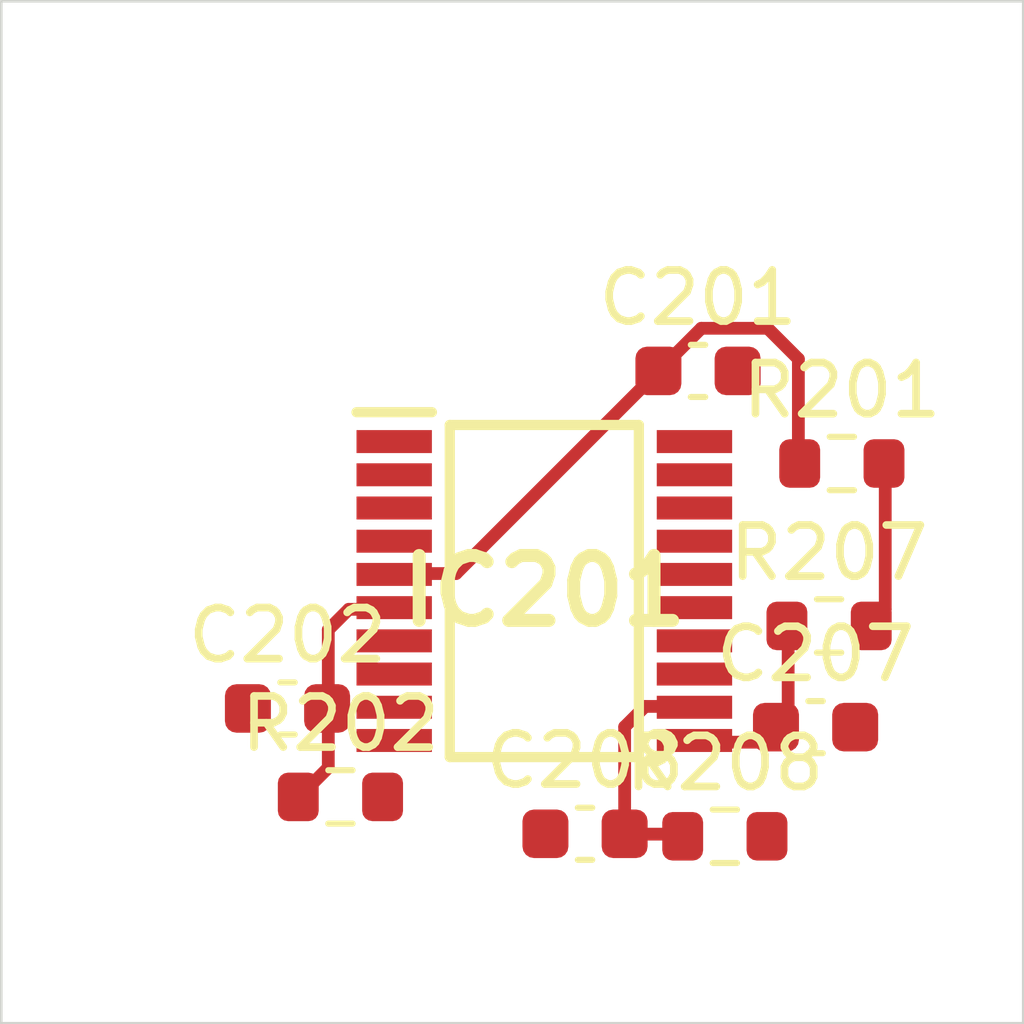
<source format=kicad_pcb>
 ( kicad_pcb  ( version 20171130 )
 ( host pcbnew 5.1.12-84ad8e8a86~92~ubuntu18.04.1 )
 ( general  ( thickness 1.6 )
 ( drawings 4 )
 ( tracks 0 )
 ( zones 0 )
 ( modules 9 )
 ( nets 19 )
)
 ( page A4 )
 ( layers  ( 0 F.Cu signal )
 ( 31 B.Cu signal )
 ( 32 B.Adhes user )
 ( 33 F.Adhes user )
 ( 34 B.Paste user )
 ( 35 F.Paste user )
 ( 36 B.SilkS user )
 ( 37 F.SilkS user )
 ( 38 B.Mask user )
 ( 39 F.Mask user )
 ( 40 Dwgs.User user )
 ( 41 Cmts.User user )
 ( 42 Eco1.User user )
 ( 43 Eco2.User user )
 ( 44 Edge.Cuts user )
 ( 45 Margin user )
 ( 46 B.CrtYd user )
 ( 47 F.CrtYd user )
 ( 48 B.Fab user )
 ( 49 F.Fab user )
)
 ( setup  ( last_trace_width 0.25 )
 ( trace_clearance 0.2 )
 ( zone_clearance 0.508 )
 ( zone_45_only no )
 ( trace_min 0.2 )
 ( via_size 0.8 )
 ( via_drill 0.4 )
 ( via_min_size 0.4 )
 ( via_min_drill 0.3 )
 ( uvia_size 0.3 )
 ( uvia_drill 0.1 )
 ( uvias_allowed no )
 ( uvia_min_size 0.2 )
 ( uvia_min_drill 0.1 )
 ( edge_width 0.05 )
 ( segment_width 0.2 )
 ( pcb_text_width 0.3 )
 ( pcb_text_size 1.5 1.5 )
 ( mod_edge_width 0.12 )
 ( mod_text_size 1 1 )
 ( mod_text_width 0.15 )
 ( pad_size 1.524 1.524 )
 ( pad_drill 0.762 )
 ( pad_to_mask_clearance 0 )
 ( aux_axis_origin 0 0 )
 ( visible_elements FFFFFF7F )
 ( pcbplotparams  ( layerselection 0x010fc_ffffffff )
 ( usegerberextensions false )
 ( usegerberattributes true )
 ( usegerberadvancedattributes true )
 ( creategerberjobfile true )
 ( excludeedgelayer true )
 ( linewidth 0.100000 )
 ( plotframeref false )
 ( viasonmask false )
 ( mode 1 )
 ( useauxorigin false )
 ( hpglpennumber 1 )
 ( hpglpenspeed 20 )
 ( hpglpendiameter 15.000000 )
 ( psnegative false )
 ( psa4output false )
 ( plotreference true )
 ( plotvalue true )
 ( plotinvisibletext false )
 ( padsonsilk false )
 ( subtractmaskfromsilk false )
 ( outputformat 1 )
 ( mirror false )
 ( drillshape 1 )
 ( scaleselection 1 )
 ( outputdirectory "" )
)
)
 ( net 0 "" )
 ( net 1 GND )
 ( net 2 /Sheet6235D886/ch0 )
 ( net 3 /Sheet6235D886/ch1 )
 ( net 4 /Sheet6235D886/ch2 )
 ( net 5 /Sheet6235D886/ch3 )
 ( net 6 /Sheet6235D886/ch4 )
 ( net 7 /Sheet6235D886/ch5 )
 ( net 8 /Sheet6235D886/ch6 )
 ( net 9 /Sheet6235D886/ch7 )
 ( net 10 VDD )
 ( net 11 VDDA )
 ( net 12 /Sheet6235D886/adc_csn )
 ( net 13 /Sheet6235D886/adc_sck )
 ( net 14 /Sheet6235D886/adc_sdi )
 ( net 15 /Sheet6235D886/adc_sdo )
 ( net 16 /Sheet6235D886/vp )
 ( net 17 /Sheet6248AD22/chn0 )
 ( net 18 /Sheet6248AD22/chn3 )
 ( net_class Default "This is the default net class."  ( clearance 0.2 )
 ( trace_width 0.25 )
 ( via_dia 0.8 )
 ( via_drill 0.4 )
 ( uvia_dia 0.3 )
 ( uvia_drill 0.1 )
 ( add_net /Sheet6235D886/adc_csn )
 ( add_net /Sheet6235D886/adc_sck )
 ( add_net /Sheet6235D886/adc_sdi )
 ( add_net /Sheet6235D886/adc_sdo )
 ( add_net /Sheet6235D886/ch0 )
 ( add_net /Sheet6235D886/ch1 )
 ( add_net /Sheet6235D886/ch2 )
 ( add_net /Sheet6235D886/ch3 )
 ( add_net /Sheet6235D886/ch4 )
 ( add_net /Sheet6235D886/ch5 )
 ( add_net /Sheet6235D886/ch6 )
 ( add_net /Sheet6235D886/ch7 )
 ( add_net /Sheet6235D886/vp )
 ( add_net /Sheet6248AD22/chn0 )
 ( add_net /Sheet6248AD22/chn3 )
 ( add_net GND )
 ( add_net VDD )
 ( add_net VDDA )
)
 ( module Capacitor_SMD:C_0603_1608Metric  ( layer F.Cu )
 ( tedit 5F68FEEE )
 ( tstamp 6234222D )
 ( at 93.635700 107.234000 )
 ( descr "Capacitor SMD 0603 (1608 Metric), square (rectangular) end terminal, IPC_7351 nominal, (Body size source: IPC-SM-782 page 76, https://www.pcb-3d.com/wordpress/wp-content/uploads/ipc-sm-782a_amendment_1_and_2.pdf), generated with kicad-footprint-generator" )
 ( tags capacitor )
 ( path /6235D887/623691C5 )
 ( attr smd )
 ( fp_text reference C201  ( at 0 -1.43 )
 ( layer F.SilkS )
 ( effects  ( font  ( size 1 1 )
 ( thickness 0.15 )
)
)
)
 ( fp_text value 0.1uF  ( at 0 1.43 )
 ( layer F.Fab )
 ( effects  ( font  ( size 1 1 )
 ( thickness 0.15 )
)
)
)
 ( fp_line  ( start -0.8 0.4 )
 ( end -0.8 -0.4 )
 ( layer F.Fab )
 ( width 0.1 )
)
 ( fp_line  ( start -0.8 -0.4 )
 ( end 0.8 -0.4 )
 ( layer F.Fab )
 ( width 0.1 )
)
 ( fp_line  ( start 0.8 -0.4 )
 ( end 0.8 0.4 )
 ( layer F.Fab )
 ( width 0.1 )
)
 ( fp_line  ( start 0.8 0.4 )
 ( end -0.8 0.4 )
 ( layer F.Fab )
 ( width 0.1 )
)
 ( fp_line  ( start -0.14058 -0.51 )
 ( end 0.14058 -0.51 )
 ( layer F.SilkS )
 ( width 0.12 )
)
 ( fp_line  ( start -0.14058 0.51 )
 ( end 0.14058 0.51 )
 ( layer F.SilkS )
 ( width 0.12 )
)
 ( fp_line  ( start -1.48 0.73 )
 ( end -1.48 -0.73 )
 ( layer F.CrtYd )
 ( width 0.05 )
)
 ( fp_line  ( start -1.48 -0.73 )
 ( end 1.48 -0.73 )
 ( layer F.CrtYd )
 ( width 0.05 )
)
 ( fp_line  ( start 1.48 -0.73 )
 ( end 1.48 0.73 )
 ( layer F.CrtYd )
 ( width 0.05 )
)
 ( fp_line  ( start 1.48 0.73 )
 ( end -1.48 0.73 )
 ( layer F.CrtYd )
 ( width 0.05 )
)
 ( fp_text user %R  ( at 0 0 )
 ( layer F.Fab )
 ( effects  ( font  ( size 0.4 0.4 )
 ( thickness 0.06 )
)
)
)
 ( pad 2 smd roundrect  ( at 0.775 0 )
 ( size 0.9 0.95 )
 ( layers F.Cu F.Mask F.Paste )
 ( roundrect_rratio 0.25 )
 ( net 1 GND )
)
 ( pad 1 smd roundrect  ( at -0.775 0 )
 ( size 0.9 0.95 )
 ( layers F.Cu F.Mask F.Paste )
 ( roundrect_rratio 0.25 )
 ( net 2 /Sheet6235D886/ch0 )
)
 ( model ${KISYS3DMOD}/Capacitor_SMD.3dshapes/C_0603_1608Metric.wrl  ( at  ( xyz 0 0 0 )
)
 ( scale  ( xyz 1 1 1 )
)
 ( rotate  ( xyz 0 0 0 )
)
)
)
 ( module Capacitor_SMD:C_0603_1608Metric  ( layer F.Cu )
 ( tedit 5F68FEEE )
 ( tstamp 6234223E )
 ( at 85.601900 113.840000 )
 ( descr "Capacitor SMD 0603 (1608 Metric), square (rectangular) end terminal, IPC_7351 nominal, (Body size source: IPC-SM-782 page 76, https://www.pcb-3d.com/wordpress/wp-content/uploads/ipc-sm-782a_amendment_1_and_2.pdf), generated with kicad-footprint-generator" )
 ( tags capacitor )
 ( path /6235D887/62369EE0 )
 ( attr smd )
 ( fp_text reference C202  ( at 0 -1.43 )
 ( layer F.SilkS )
 ( effects  ( font  ( size 1 1 )
 ( thickness 0.15 )
)
)
)
 ( fp_text value 0.1uF  ( at 0 1.43 )
 ( layer F.Fab )
 ( effects  ( font  ( size 1 1 )
 ( thickness 0.15 )
)
)
)
 ( fp_line  ( start 1.48 0.73 )
 ( end -1.48 0.73 )
 ( layer F.CrtYd )
 ( width 0.05 )
)
 ( fp_line  ( start 1.48 -0.73 )
 ( end 1.48 0.73 )
 ( layer F.CrtYd )
 ( width 0.05 )
)
 ( fp_line  ( start -1.48 -0.73 )
 ( end 1.48 -0.73 )
 ( layer F.CrtYd )
 ( width 0.05 )
)
 ( fp_line  ( start -1.48 0.73 )
 ( end -1.48 -0.73 )
 ( layer F.CrtYd )
 ( width 0.05 )
)
 ( fp_line  ( start -0.14058 0.51 )
 ( end 0.14058 0.51 )
 ( layer F.SilkS )
 ( width 0.12 )
)
 ( fp_line  ( start -0.14058 -0.51 )
 ( end 0.14058 -0.51 )
 ( layer F.SilkS )
 ( width 0.12 )
)
 ( fp_line  ( start 0.8 0.4 )
 ( end -0.8 0.4 )
 ( layer F.Fab )
 ( width 0.1 )
)
 ( fp_line  ( start 0.8 -0.4 )
 ( end 0.8 0.4 )
 ( layer F.Fab )
 ( width 0.1 )
)
 ( fp_line  ( start -0.8 -0.4 )
 ( end 0.8 -0.4 )
 ( layer F.Fab )
 ( width 0.1 )
)
 ( fp_line  ( start -0.8 0.4 )
 ( end -0.8 -0.4 )
 ( layer F.Fab )
 ( width 0.1 )
)
 ( fp_text user %R  ( at 0 0 )
 ( layer F.Fab )
 ( effects  ( font  ( size 0.4 0.4 )
 ( thickness 0.06 )
)
)
)
 ( pad 1 smd roundrect  ( at -0.775 0 )
 ( size 0.9 0.95 )
 ( layers F.Cu F.Mask F.Paste )
 ( roundrect_rratio 0.25 )
 ( net 1 GND )
)
 ( pad 2 smd roundrect  ( at 0.775 0 )
 ( size 0.9 0.95 )
 ( layers F.Cu F.Mask F.Paste )
 ( roundrect_rratio 0.25 )
 ( net 3 /Sheet6235D886/ch1 )
)
 ( model ${KISYS3DMOD}/Capacitor_SMD.3dshapes/C_0603_1608Metric.wrl  ( at  ( xyz 0 0 0 )
)
 ( scale  ( xyz 1 1 1 )
)
 ( rotate  ( xyz 0 0 0 )
)
)
)
 ( module Capacitor_SMD:C_0603_1608Metric  ( layer F.Cu )
 ( tedit 5F68FEEE )
 ( tstamp 62342293 )
 ( at 95.936600 114.206000 )
 ( descr "Capacitor SMD 0603 (1608 Metric), square (rectangular) end terminal, IPC_7351 nominal, (Body size source: IPC-SM-782 page 76, https://www.pcb-3d.com/wordpress/wp-content/uploads/ipc-sm-782a_amendment_1_and_2.pdf), generated with kicad-footprint-generator" )
 ( tags capacitor )
 ( path /6235D887/6238B3FE )
 ( attr smd )
 ( fp_text reference C207  ( at 0 -1.43 )
 ( layer F.SilkS )
 ( effects  ( font  ( size 1 1 )
 ( thickness 0.15 )
)
)
)
 ( fp_text value 0.1uF  ( at 0 1.43 )
 ( layer F.Fab )
 ( effects  ( font  ( size 1 1 )
 ( thickness 0.15 )
)
)
)
 ( fp_line  ( start -0.8 0.4 )
 ( end -0.8 -0.4 )
 ( layer F.Fab )
 ( width 0.1 )
)
 ( fp_line  ( start -0.8 -0.4 )
 ( end 0.8 -0.4 )
 ( layer F.Fab )
 ( width 0.1 )
)
 ( fp_line  ( start 0.8 -0.4 )
 ( end 0.8 0.4 )
 ( layer F.Fab )
 ( width 0.1 )
)
 ( fp_line  ( start 0.8 0.4 )
 ( end -0.8 0.4 )
 ( layer F.Fab )
 ( width 0.1 )
)
 ( fp_line  ( start -0.14058 -0.51 )
 ( end 0.14058 -0.51 )
 ( layer F.SilkS )
 ( width 0.12 )
)
 ( fp_line  ( start -0.14058 0.51 )
 ( end 0.14058 0.51 )
 ( layer F.SilkS )
 ( width 0.12 )
)
 ( fp_line  ( start -1.48 0.73 )
 ( end -1.48 -0.73 )
 ( layer F.CrtYd )
 ( width 0.05 )
)
 ( fp_line  ( start -1.48 -0.73 )
 ( end 1.48 -0.73 )
 ( layer F.CrtYd )
 ( width 0.05 )
)
 ( fp_line  ( start 1.48 -0.73 )
 ( end 1.48 0.73 )
 ( layer F.CrtYd )
 ( width 0.05 )
)
 ( fp_line  ( start 1.48 0.73 )
 ( end -1.48 0.73 )
 ( layer F.CrtYd )
 ( width 0.05 )
)
 ( fp_text user %R  ( at 0 0 )
 ( layer F.Fab )
 ( effects  ( font  ( size 0.4 0.4 )
 ( thickness 0.06 )
)
)
)
 ( pad 2 smd roundrect  ( at 0.775 0 )
 ( size 0.9 0.95 )
 ( layers F.Cu F.Mask F.Paste )
 ( roundrect_rratio 0.25 )
 ( net 1 GND )
)
 ( pad 1 smd roundrect  ( at -0.775 0 )
 ( size 0.9 0.95 )
 ( layers F.Cu F.Mask F.Paste )
 ( roundrect_rratio 0.25 )
 ( net 8 /Sheet6235D886/ch6 )
)
 ( model ${KISYS3DMOD}/Capacitor_SMD.3dshapes/C_0603_1608Metric.wrl  ( at  ( xyz 0 0 0 )
)
 ( scale  ( xyz 1 1 1 )
)
 ( rotate  ( xyz 0 0 0 )
)
)
)
 ( module Capacitor_SMD:C_0603_1608Metric  ( layer F.Cu )
 ( tedit 5F68FEEE )
 ( tstamp 623422A4 )
 ( at 91.424700 116.293000 )
 ( descr "Capacitor SMD 0603 (1608 Metric), square (rectangular) end terminal, IPC_7351 nominal, (Body size source: IPC-SM-782 page 76, https://www.pcb-3d.com/wordpress/wp-content/uploads/ipc-sm-782a_amendment_1_and_2.pdf), generated with kicad-footprint-generator" )
 ( tags capacitor )
 ( path /6235D887/6238B404 )
 ( attr smd )
 ( fp_text reference C208  ( at 0 -1.43 )
 ( layer F.SilkS )
 ( effects  ( font  ( size 1 1 )
 ( thickness 0.15 )
)
)
)
 ( fp_text value 0.1uF  ( at 0 1.43 )
 ( layer F.Fab )
 ( effects  ( font  ( size 1 1 )
 ( thickness 0.15 )
)
)
)
 ( fp_line  ( start 1.48 0.73 )
 ( end -1.48 0.73 )
 ( layer F.CrtYd )
 ( width 0.05 )
)
 ( fp_line  ( start 1.48 -0.73 )
 ( end 1.48 0.73 )
 ( layer F.CrtYd )
 ( width 0.05 )
)
 ( fp_line  ( start -1.48 -0.73 )
 ( end 1.48 -0.73 )
 ( layer F.CrtYd )
 ( width 0.05 )
)
 ( fp_line  ( start -1.48 0.73 )
 ( end -1.48 -0.73 )
 ( layer F.CrtYd )
 ( width 0.05 )
)
 ( fp_line  ( start -0.14058 0.51 )
 ( end 0.14058 0.51 )
 ( layer F.SilkS )
 ( width 0.12 )
)
 ( fp_line  ( start -0.14058 -0.51 )
 ( end 0.14058 -0.51 )
 ( layer F.SilkS )
 ( width 0.12 )
)
 ( fp_line  ( start 0.8 0.4 )
 ( end -0.8 0.4 )
 ( layer F.Fab )
 ( width 0.1 )
)
 ( fp_line  ( start 0.8 -0.4 )
 ( end 0.8 0.4 )
 ( layer F.Fab )
 ( width 0.1 )
)
 ( fp_line  ( start -0.8 -0.4 )
 ( end 0.8 -0.4 )
 ( layer F.Fab )
 ( width 0.1 )
)
 ( fp_line  ( start -0.8 0.4 )
 ( end -0.8 -0.4 )
 ( layer F.Fab )
 ( width 0.1 )
)
 ( fp_text user %R  ( at 0 0 )
 ( layer F.Fab )
 ( effects  ( font  ( size 0.4 0.4 )
 ( thickness 0.06 )
)
)
)
 ( pad 1 smd roundrect  ( at -0.775 0 )
 ( size 0.9 0.95 )
 ( layers F.Cu F.Mask F.Paste )
 ( roundrect_rratio 0.25 )
 ( net 1 GND )
)
 ( pad 2 smd roundrect  ( at 0.775 0 )
 ( size 0.9 0.95 )
 ( layers F.Cu F.Mask F.Paste )
 ( roundrect_rratio 0.25 )
 ( net 9 /Sheet6235D886/ch7 )
)
 ( model ${KISYS3DMOD}/Capacitor_SMD.3dshapes/C_0603_1608Metric.wrl  ( at  ( xyz 0 0 0 )
)
 ( scale  ( xyz 1 1 1 )
)
 ( rotate  ( xyz 0 0 0 )
)
)
)
 ( module MCP3564R-E_ST:SOP65P640X120-20N locked  ( layer F.Cu )
 ( tedit 623351C2 )
 ( tstamp 623423D6 )
 ( at 90.628000 111.542000 )
 ( descr "20-Lead Plastic Thin Shrink Small Outline (ST) - 4.4mm body [TSSOP]" )
 ( tags "Integrated Circuit" )
 ( path /6235D887/6235E071 )
 ( attr smd )
 ( fp_text reference IC201  ( at 0 0 )
 ( layer F.SilkS )
 ( effects  ( font  ( size 1.27 1.27 )
 ( thickness 0.254 )
)
)
)
 ( fp_text value MCP3564R-E_ST  ( at 0 0 )
 ( layer F.SilkS )
hide  ( effects  ( font  ( size 1.27 1.27 )
 ( thickness 0.254 )
)
)
)
 ( fp_line  ( start -3.925 -3.55 )
 ( end 3.925 -3.55 )
 ( layer Dwgs.User )
 ( width 0.05 )
)
 ( fp_line  ( start 3.925 -3.55 )
 ( end 3.925 3.55 )
 ( layer Dwgs.User )
 ( width 0.05 )
)
 ( fp_line  ( start 3.925 3.55 )
 ( end -3.925 3.55 )
 ( layer Dwgs.User )
 ( width 0.05 )
)
 ( fp_line  ( start -3.925 3.55 )
 ( end -3.925 -3.55 )
 ( layer Dwgs.User )
 ( width 0.05 )
)
 ( fp_line  ( start -2.2 -3.25 )
 ( end 2.2 -3.25 )
 ( layer Dwgs.User )
 ( width 0.1 )
)
 ( fp_line  ( start 2.2 -3.25 )
 ( end 2.2 3.25 )
 ( layer Dwgs.User )
 ( width 0.1 )
)
 ( fp_line  ( start 2.2 3.25 )
 ( end -2.2 3.25 )
 ( layer Dwgs.User )
 ( width 0.1 )
)
 ( fp_line  ( start -2.2 3.25 )
 ( end -2.2 -3.25 )
 ( layer Dwgs.User )
 ( width 0.1 )
)
 ( fp_line  ( start -2.2 -2.6 )
 ( end -1.55 -3.25 )
 ( layer Dwgs.User )
 ( width 0.1 )
)
 ( fp_line  ( start -1.85 -3.25 )
 ( end 1.85 -3.25 )
 ( layer F.SilkS )
 ( width 0.2 )
)
 ( fp_line  ( start 1.85 -3.25 )
 ( end 1.85 3.25 )
 ( layer F.SilkS )
 ( width 0.2 )
)
 ( fp_line  ( start 1.85 3.25 )
 ( end -1.85 3.25 )
 ( layer F.SilkS )
 ( width 0.2 )
)
 ( fp_line  ( start -1.85 3.25 )
 ( end -1.85 -3.25 )
 ( layer F.SilkS )
 ( width 0.2 )
)
 ( fp_line  ( start -3.675 -3.5 )
 ( end -2.2 -3.5 )
 ( layer F.SilkS )
 ( width 0.2 )
)
 ( pad 1 smd rect  ( at -2.938 -2.925 90.000000 )
 ( size 0.45 1.475 )
 ( layers F.Cu F.Mask F.Paste )
 ( net 11 VDDA )
)
 ( pad 2 smd rect  ( at -2.938 -2.275 90.000000 )
 ( size 0.45 1.475 )
 ( layers F.Cu F.Mask F.Paste )
 ( net 1 GND )
)
 ( pad 3 smd rect  ( at -2.938 -1.625 90.000000 )
 ( size 0.45 1.475 )
 ( layers F.Cu F.Mask F.Paste )
 ( net 1 GND )
)
 ( pad 4 smd rect  ( at -2.938 -0.975 90.000000 )
 ( size 0.45 1.475 )
 ( layers F.Cu F.Mask F.Paste )
)
 ( pad 5 smd rect  ( at -2.938 -0.325 90.000000 )
 ( size 0.45 1.475 )
 ( layers F.Cu F.Mask F.Paste )
 ( net 2 /Sheet6235D886/ch0 )
)
 ( pad 6 smd rect  ( at -2.938 0.325 90.000000 )
 ( size 0.45 1.475 )
 ( layers F.Cu F.Mask F.Paste )
 ( net 3 /Sheet6235D886/ch1 )
)
 ( pad 7 smd rect  ( at -2.938 0.975 90.000000 )
 ( size 0.45 1.475 )
 ( layers F.Cu F.Mask F.Paste )
 ( net 4 /Sheet6235D886/ch2 )
)
 ( pad 8 smd rect  ( at -2.938 1.625 90.000000 )
 ( size 0.45 1.475 )
 ( layers F.Cu F.Mask F.Paste )
 ( net 5 /Sheet6235D886/ch3 )
)
 ( pad 9 smd rect  ( at -2.938 2.275 90.000000 )
 ( size 0.45 1.475 )
 ( layers F.Cu F.Mask F.Paste )
 ( net 6 /Sheet6235D886/ch4 )
)
 ( pad 10 smd rect  ( at -2.938 2.925 90.000000 )
 ( size 0.45 1.475 )
 ( layers F.Cu F.Mask F.Paste )
 ( net 7 /Sheet6235D886/ch5 )
)
 ( pad 11 smd rect  ( at 2.938 2.925 90.000000 )
 ( size 0.45 1.475 )
 ( layers F.Cu F.Mask F.Paste )
 ( net 8 /Sheet6235D886/ch6 )
)
 ( pad 12 smd rect  ( at 2.938 2.275 90.000000 )
 ( size 0.45 1.475 )
 ( layers F.Cu F.Mask F.Paste )
 ( net 9 /Sheet6235D886/ch7 )
)
 ( pad 13 smd rect  ( at 2.938 1.625 90.000000 )
 ( size 0.45 1.475 )
 ( layers F.Cu F.Mask F.Paste )
 ( net 12 /Sheet6235D886/adc_csn )
)
 ( pad 14 smd rect  ( at 2.938 0.975 90.000000 )
 ( size 0.45 1.475 )
 ( layers F.Cu F.Mask F.Paste )
 ( net 13 /Sheet6235D886/adc_sck )
)
 ( pad 15 smd rect  ( at 2.938 0.325 90.000000 )
 ( size 0.45 1.475 )
 ( layers F.Cu F.Mask F.Paste )
 ( net 14 /Sheet6235D886/adc_sdi )
)
 ( pad 16 smd rect  ( at 2.938 -0.325 90.000000 )
 ( size 0.45 1.475 )
 ( layers F.Cu F.Mask F.Paste )
 ( net 15 /Sheet6235D886/adc_sdo )
)
 ( pad 17 smd rect  ( at 2.938 -0.975 90.000000 )
 ( size 0.45 1.475 )
 ( layers F.Cu F.Mask F.Paste )
)
 ( pad 18 smd rect  ( at 2.938 -1.625 90.000000 )
 ( size 0.45 1.475 )
 ( layers F.Cu F.Mask F.Paste )
)
 ( pad 19 smd rect  ( at 2.938 -2.275 90.000000 )
 ( size 0.45 1.475 )
 ( layers F.Cu F.Mask F.Paste )
 ( net 1 GND )
)
 ( pad 20 smd rect  ( at 2.938 -2.925 90.000000 )
 ( size 0.45 1.475 )
 ( layers F.Cu F.Mask F.Paste )
 ( net 10 VDD )
)
)
 ( module Resistor_SMD:R_0603_1608Metric  ( layer F.Cu )
 ( tedit 5F68FEEE )
 ( tstamp 6234250D )
 ( at 96.450900 109.046000 )
 ( descr "Resistor SMD 0603 (1608 Metric), square (rectangular) end terminal, IPC_7351 nominal, (Body size source: IPC-SM-782 page 72, https://www.pcb-3d.com/wordpress/wp-content/uploads/ipc-sm-782a_amendment_1_and_2.pdf), generated with kicad-footprint-generator" )
 ( tags resistor )
 ( path /6235D887/623641B7 )
 ( attr smd )
 ( fp_text reference R201  ( at 0 -1.43 )
 ( layer F.SilkS )
 ( effects  ( font  ( size 1 1 )
 ( thickness 0.15 )
)
)
)
 ( fp_text value 1k  ( at 0 1.43 )
 ( layer F.Fab )
 ( effects  ( font  ( size 1 1 )
 ( thickness 0.15 )
)
)
)
 ( fp_line  ( start -0.8 0.4125 )
 ( end -0.8 -0.4125 )
 ( layer F.Fab )
 ( width 0.1 )
)
 ( fp_line  ( start -0.8 -0.4125 )
 ( end 0.8 -0.4125 )
 ( layer F.Fab )
 ( width 0.1 )
)
 ( fp_line  ( start 0.8 -0.4125 )
 ( end 0.8 0.4125 )
 ( layer F.Fab )
 ( width 0.1 )
)
 ( fp_line  ( start 0.8 0.4125 )
 ( end -0.8 0.4125 )
 ( layer F.Fab )
 ( width 0.1 )
)
 ( fp_line  ( start -0.237258 -0.5225 )
 ( end 0.237258 -0.5225 )
 ( layer F.SilkS )
 ( width 0.12 )
)
 ( fp_line  ( start -0.237258 0.5225 )
 ( end 0.237258 0.5225 )
 ( layer F.SilkS )
 ( width 0.12 )
)
 ( fp_line  ( start -1.48 0.73 )
 ( end -1.48 -0.73 )
 ( layer F.CrtYd )
 ( width 0.05 )
)
 ( fp_line  ( start -1.48 -0.73 )
 ( end 1.48 -0.73 )
 ( layer F.CrtYd )
 ( width 0.05 )
)
 ( fp_line  ( start 1.48 -0.73 )
 ( end 1.48 0.73 )
 ( layer F.CrtYd )
 ( width 0.05 )
)
 ( fp_line  ( start 1.48 0.73 )
 ( end -1.48 0.73 )
 ( layer F.CrtYd )
 ( width 0.05 )
)
 ( fp_text user %R  ( at 0 0 )
 ( layer F.Fab )
 ( effects  ( font  ( size 0.4 0.4 )
 ( thickness 0.06 )
)
)
)
 ( pad 2 smd roundrect  ( at 0.825 0 )
 ( size 0.8 0.95 )
 ( layers F.Cu F.Mask F.Paste )
 ( roundrect_rratio 0.25 )
 ( net 16 /Sheet6235D886/vp )
)
 ( pad 1 smd roundrect  ( at -0.825 0 )
 ( size 0.8 0.95 )
 ( layers F.Cu F.Mask F.Paste )
 ( roundrect_rratio 0.25 )
 ( net 2 /Sheet6235D886/ch0 )
)
 ( model ${KISYS3DMOD}/Resistor_SMD.3dshapes/R_0603_1608Metric.wrl  ( at  ( xyz 0 0 0 )
)
 ( scale  ( xyz 1 1 1 )
)
 ( rotate  ( xyz 0 0 0 )
)
)
)
 ( module Resistor_SMD:R_0603_1608Metric  ( layer F.Cu )
 ( tedit 5F68FEEE )
 ( tstamp 6234251E )
 ( at 86.637500 115.571000 )
 ( descr "Resistor SMD 0603 (1608 Metric), square (rectangular) end terminal, IPC_7351 nominal, (Body size source: IPC-SM-782 page 72, https://www.pcb-3d.com/wordpress/wp-content/uploads/ipc-sm-782a_amendment_1_and_2.pdf), generated with kicad-footprint-generator" )
 ( tags resistor )
 ( path /6235D887/6236A646 )
 ( attr smd )
 ( fp_text reference R202  ( at 0 -1.43 )
 ( layer F.SilkS )
 ( effects  ( font  ( size 1 1 )
 ( thickness 0.15 )
)
)
)
 ( fp_text value 1k  ( at 0 1.43 )
 ( layer F.Fab )
 ( effects  ( font  ( size 1 1 )
 ( thickness 0.15 )
)
)
)
 ( fp_line  ( start 1.48 0.73 )
 ( end -1.48 0.73 )
 ( layer F.CrtYd )
 ( width 0.05 )
)
 ( fp_line  ( start 1.48 -0.73 )
 ( end 1.48 0.73 )
 ( layer F.CrtYd )
 ( width 0.05 )
)
 ( fp_line  ( start -1.48 -0.73 )
 ( end 1.48 -0.73 )
 ( layer F.CrtYd )
 ( width 0.05 )
)
 ( fp_line  ( start -1.48 0.73 )
 ( end -1.48 -0.73 )
 ( layer F.CrtYd )
 ( width 0.05 )
)
 ( fp_line  ( start -0.237258 0.5225 )
 ( end 0.237258 0.5225 )
 ( layer F.SilkS )
 ( width 0.12 )
)
 ( fp_line  ( start -0.237258 -0.5225 )
 ( end 0.237258 -0.5225 )
 ( layer F.SilkS )
 ( width 0.12 )
)
 ( fp_line  ( start 0.8 0.4125 )
 ( end -0.8 0.4125 )
 ( layer F.Fab )
 ( width 0.1 )
)
 ( fp_line  ( start 0.8 -0.4125 )
 ( end 0.8 0.4125 )
 ( layer F.Fab )
 ( width 0.1 )
)
 ( fp_line  ( start -0.8 -0.4125 )
 ( end 0.8 -0.4125 )
 ( layer F.Fab )
 ( width 0.1 )
)
 ( fp_line  ( start -0.8 0.4125 )
 ( end -0.8 -0.4125 )
 ( layer F.Fab )
 ( width 0.1 )
)
 ( fp_text user %R  ( at 0 0 )
 ( layer F.Fab )
 ( effects  ( font  ( size 0.4 0.4 )
 ( thickness 0.06 )
)
)
)
 ( pad 1 smd roundrect  ( at -0.825 0 )
 ( size 0.8 0.95 )
 ( layers F.Cu F.Mask F.Paste )
 ( roundrect_rratio 0.25 )
 ( net 3 /Sheet6235D886/ch1 )
)
 ( pad 2 smd roundrect  ( at 0.825 0 )
 ( size 0.8 0.95 )
 ( layers F.Cu F.Mask F.Paste )
 ( roundrect_rratio 0.25 )
 ( net 17 /Sheet6248AD22/chn0 )
)
 ( model ${KISYS3DMOD}/Resistor_SMD.3dshapes/R_0603_1608Metric.wrl  ( at  ( xyz 0 0 0 )
)
 ( scale  ( xyz 1 1 1 )
)
 ( rotate  ( xyz 0 0 0 )
)
)
)
 ( module Resistor_SMD:R_0603_1608Metric  ( layer F.Cu )
 ( tedit 5F68FEEE )
 ( tstamp 62342573 )
 ( at 96.200800 112.225000 )
 ( descr "Resistor SMD 0603 (1608 Metric), square (rectangular) end terminal, IPC_7351 nominal, (Body size source: IPC-SM-782 page 72, https://www.pcb-3d.com/wordpress/wp-content/uploads/ipc-sm-782a_amendment_1_and_2.pdf), generated with kicad-footprint-generator" )
 ( tags resistor )
 ( path /6235D887/6238B3F8 )
 ( attr smd )
 ( fp_text reference R207  ( at 0 -1.43 )
 ( layer F.SilkS )
 ( effects  ( font  ( size 1 1 )
 ( thickness 0.15 )
)
)
)
 ( fp_text value 1k  ( at 0 1.43 )
 ( layer F.Fab )
 ( effects  ( font  ( size 1 1 )
 ( thickness 0.15 )
)
)
)
 ( fp_line  ( start -0.8 0.4125 )
 ( end -0.8 -0.4125 )
 ( layer F.Fab )
 ( width 0.1 )
)
 ( fp_line  ( start -0.8 -0.4125 )
 ( end 0.8 -0.4125 )
 ( layer F.Fab )
 ( width 0.1 )
)
 ( fp_line  ( start 0.8 -0.4125 )
 ( end 0.8 0.4125 )
 ( layer F.Fab )
 ( width 0.1 )
)
 ( fp_line  ( start 0.8 0.4125 )
 ( end -0.8 0.4125 )
 ( layer F.Fab )
 ( width 0.1 )
)
 ( fp_line  ( start -0.237258 -0.5225 )
 ( end 0.237258 -0.5225 )
 ( layer F.SilkS )
 ( width 0.12 )
)
 ( fp_line  ( start -0.237258 0.5225 )
 ( end 0.237258 0.5225 )
 ( layer F.SilkS )
 ( width 0.12 )
)
 ( fp_line  ( start -1.48 0.73 )
 ( end -1.48 -0.73 )
 ( layer F.CrtYd )
 ( width 0.05 )
)
 ( fp_line  ( start -1.48 -0.73 )
 ( end 1.48 -0.73 )
 ( layer F.CrtYd )
 ( width 0.05 )
)
 ( fp_line  ( start 1.48 -0.73 )
 ( end 1.48 0.73 )
 ( layer F.CrtYd )
 ( width 0.05 )
)
 ( fp_line  ( start 1.48 0.73 )
 ( end -1.48 0.73 )
 ( layer F.CrtYd )
 ( width 0.05 )
)
 ( fp_text user %R  ( at 0 0 )
 ( layer F.Fab )
 ( effects  ( font  ( size 0.4 0.4 )
 ( thickness 0.06 )
)
)
)
 ( pad 2 smd roundrect  ( at 0.825 0 )
 ( size 0.8 0.95 )
 ( layers F.Cu F.Mask F.Paste )
 ( roundrect_rratio 0.25 )
 ( net 16 /Sheet6235D886/vp )
)
 ( pad 1 smd roundrect  ( at -0.825 0 )
 ( size 0.8 0.95 )
 ( layers F.Cu F.Mask F.Paste )
 ( roundrect_rratio 0.25 )
 ( net 8 /Sheet6235D886/ch6 )
)
 ( model ${KISYS3DMOD}/Resistor_SMD.3dshapes/R_0603_1608Metric.wrl  ( at  ( xyz 0 0 0 )
)
 ( scale  ( xyz 1 1 1 )
)
 ( rotate  ( xyz 0 0 0 )
)
)
)
 ( module Resistor_SMD:R_0603_1608Metric  ( layer F.Cu )
 ( tedit 5F68FEEE )
 ( tstamp 62342584 )
 ( at 94.160900 116.342000 )
 ( descr "Resistor SMD 0603 (1608 Metric), square (rectangular) end terminal, IPC_7351 nominal, (Body size source: IPC-SM-782 page 72, https://www.pcb-3d.com/wordpress/wp-content/uploads/ipc-sm-782a_amendment_1_and_2.pdf), generated with kicad-footprint-generator" )
 ( tags resistor )
 ( path /6235D887/6238B40A )
 ( attr smd )
 ( fp_text reference R208  ( at 0 -1.43 )
 ( layer F.SilkS )
 ( effects  ( font  ( size 1 1 )
 ( thickness 0.15 )
)
)
)
 ( fp_text value 1k  ( at 0 1.43 )
 ( layer F.Fab )
 ( effects  ( font  ( size 1 1 )
 ( thickness 0.15 )
)
)
)
 ( fp_line  ( start 1.48 0.73 )
 ( end -1.48 0.73 )
 ( layer F.CrtYd )
 ( width 0.05 )
)
 ( fp_line  ( start 1.48 -0.73 )
 ( end 1.48 0.73 )
 ( layer F.CrtYd )
 ( width 0.05 )
)
 ( fp_line  ( start -1.48 -0.73 )
 ( end 1.48 -0.73 )
 ( layer F.CrtYd )
 ( width 0.05 )
)
 ( fp_line  ( start -1.48 0.73 )
 ( end -1.48 -0.73 )
 ( layer F.CrtYd )
 ( width 0.05 )
)
 ( fp_line  ( start -0.237258 0.5225 )
 ( end 0.237258 0.5225 )
 ( layer F.SilkS )
 ( width 0.12 )
)
 ( fp_line  ( start -0.237258 -0.5225 )
 ( end 0.237258 -0.5225 )
 ( layer F.SilkS )
 ( width 0.12 )
)
 ( fp_line  ( start 0.8 0.4125 )
 ( end -0.8 0.4125 )
 ( layer F.Fab )
 ( width 0.1 )
)
 ( fp_line  ( start 0.8 -0.4125 )
 ( end 0.8 0.4125 )
 ( layer F.Fab )
 ( width 0.1 )
)
 ( fp_line  ( start -0.8 -0.4125 )
 ( end 0.8 -0.4125 )
 ( layer F.Fab )
 ( width 0.1 )
)
 ( fp_line  ( start -0.8 0.4125 )
 ( end -0.8 -0.4125 )
 ( layer F.Fab )
 ( width 0.1 )
)
 ( fp_text user %R  ( at 0 0 )
 ( layer F.Fab )
 ( effects  ( font  ( size 0.4 0.4 )
 ( thickness 0.06 )
)
)
)
 ( pad 1 smd roundrect  ( at -0.825 0 )
 ( size 0.8 0.95 )
 ( layers F.Cu F.Mask F.Paste )
 ( roundrect_rratio 0.25 )
 ( net 9 /Sheet6235D886/ch7 )
)
 ( pad 2 smd roundrect  ( at 0.825 0 )
 ( size 0.8 0.95 )
 ( layers F.Cu F.Mask F.Paste )
 ( roundrect_rratio 0.25 )
 ( net 18 /Sheet6248AD22/chn3 )
)
 ( model ${KISYS3DMOD}/Resistor_SMD.3dshapes/R_0603_1608Metric.wrl  ( at  ( xyz 0 0 0 )
)
 ( scale  ( xyz 1 1 1 )
)
 ( rotate  ( xyz 0 0 0 )
)
)
)
 ( gr_line  ( start 100 100 )
 ( end 100 120 )
 ( layer Edge.Cuts )
 ( width 0.05 )
 ( tstamp 62E770C4 )
)
 ( gr_line  ( start 80 120 )
 ( end 100 120 )
 ( layer Edge.Cuts )
 ( width 0.05 )
 ( tstamp 62E770C0 )
)
 ( gr_line  ( start 80 100 )
 ( end 100 100 )
 ( layer Edge.Cuts )
 ( width 0.05 )
 ( tstamp 6234110C )
)
 ( gr_line  ( start 80 100 )
 ( end 80 120 )
 ( layer Edge.Cuts )
 ( width 0.05 )
)
 ( segment  ( start 87.700001 111.200002 )
 ( end 88.900001 111.200002 )
 ( width 0.250000 )
 ( layer F.Cu )
 ( net 2 )
)
 ( segment  ( start 88.900001 111.200002 )
 ( end 92.900001 107.200002 )
 ( width 0.250000 )
 ( layer F.Cu )
 ( net 2 )
)
 ( segment  ( start 95.600001 109.000002 )
 ( end 95.600001 107.000002 )
 ( width 0.250000 )
 ( layer F.Cu )
 ( net 2 )
)
 ( segment  ( start 95.600001 107.000002 )
 ( end 95.000001 106.400002 )
 ( width 0.250000 )
 ( layer F.Cu )
 ( net 2 )
)
 ( segment  ( start 95.000001 106.400002 )
 ( end 93.700001 106.400002 )
 ( width 0.250000 )
 ( layer F.Cu )
 ( net 2 )
)
 ( segment  ( start 93.700001 106.400002 )
 ( end 92.900001 107.200002 )
 ( width 0.250000 )
 ( layer F.Cu )
 ( net 2 )
)
 ( segment  ( start 87.700001 111.900002 )
 ( end 86.800001 111.900002 )
 ( width 0.250000 )
 ( layer F.Cu )
 ( net 3 )
)
 ( segment  ( start 86.800001 111.900002 )
 ( end 86.400001 112.300002 )
 ( width 0.250000 )
 ( layer F.Cu )
 ( net 3 )
)
 ( segment  ( start 86.400001 112.300002 )
 ( end 86.400001 113.800002 )
 ( width 0.250000 )
 ( layer F.Cu )
 ( net 3 )
)
 ( segment  ( start 85.800001 115.600002 )
 ( end 86.400001 115.000002 )
 ( width 0.250000 )
 ( layer F.Cu )
 ( net 3 )
)
 ( segment  ( start 86.400001 115.000002 )
 ( end 86.400001 113.800002 )
 ( width 0.250000 )
 ( layer F.Cu )
 ( net 3 )
)
 ( segment  ( start 93.600001 114.500002 )
 ( end 94.900001 114.500002 )
 ( width 0.250000 )
 ( layer F.Cu )
 ( net 8 )
)
 ( segment  ( start 94.900001 114.500002 )
 ( end 95.200001 114.200002 )
 ( width 0.250000 )
 ( layer F.Cu )
 ( net 8 )
)
 ( segment  ( start 95.400001 112.200002 )
 ( end 95.400001 114.000002 )
 ( width 0.250000 )
 ( layer F.Cu )
 ( net 8 )
)
 ( segment  ( start 95.400001 114.000002 )
 ( end 95.200001 114.200002 )
 ( width 0.250000 )
 ( layer F.Cu )
 ( net 8 )
)
 ( segment  ( start 93.600001 113.800002 )
 ( end 92.600001 113.800002 )
 ( width 0.250000 )
 ( layer F.Cu )
 ( net 9 )
)
 ( segment  ( start 92.600001 113.800002 )
 ( end 92.200001 114.200002 )
 ( width 0.250000 )
 ( layer F.Cu )
 ( net 9 )
)
 ( segment  ( start 92.200001 114.200002 )
 ( end 92.200001 116.300002 )
 ( width 0.250000 )
 ( layer F.Cu )
 ( net 9 )
)
 ( segment  ( start 93.300001 116.300002 )
 ( end 92.200001 116.300002 )
 ( width 0.250000 )
 ( layer F.Cu )
 ( net 9 )
)
 ( segment  ( start 97.000001 112.200002 )
 ( end 97.300001 111.900002 )
 ( width 0.250000 )
 ( layer F.Cu )
 ( net 16 )
)
 ( segment  ( start 97.300001 111.900002 )
 ( end 97.300001 109.000002 )
 ( width 0.250000 )
 ( layer F.Cu )
 ( net 16 )
)
)

</source>
